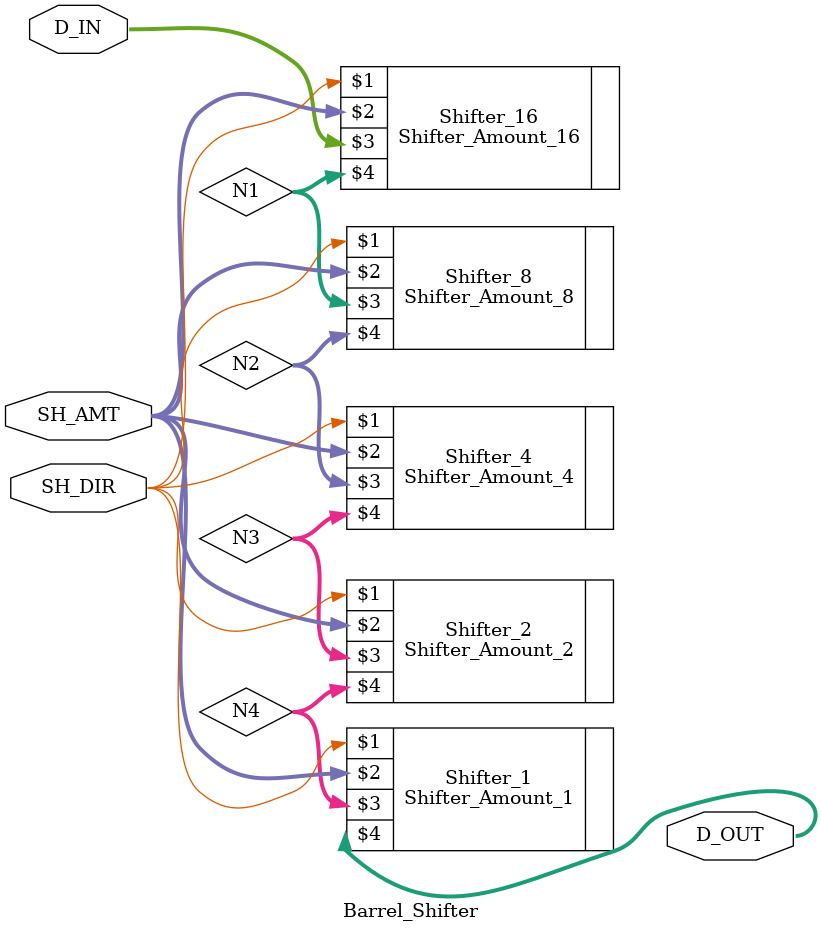
<source format=v>

module Barrel_Shifter(SH_DIR,SH_AMT,D_IN,D_OUT);
    input SH_DIR;
    input [4:0]SH_AMT;
    input [31:0]D_IN;
    output [31:0]D_OUT;

    wire [31:0]N1,N2,N3,N4;

    Shifter_Amount_16 Shifter_16(SH_DIR,SH_AMT,D_IN,N1);
    Shifter_Amount_8 Shifter_8(SH_DIR,SH_AMT,N1,N2);
    Shifter_Amount_4 Shifter_4(SH_DIR,SH_AMT,N2,N3);
    Shifter_Amount_2 Shifter_2(SH_DIR,SH_AMT,N3,N4);
    Shifter_Amount_1 Shifter_1(SH_DIR,SH_AMT,N4,D_OUT);

endmodule
</source>
